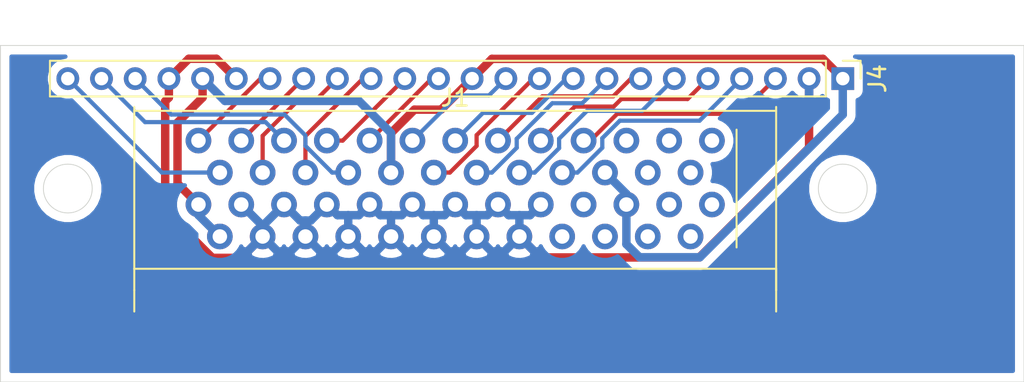
<source format=kicad_pcb>
(kicad_pcb (version 20171130) (host pcbnew "(5.1.5)-3")

  (general
    (thickness 1.6)
    (drawings 7)
    (tracks 141)
    (zones 0)
    (modules 2)
    (nets 21)
  )

  (page A4)
  (layers
    (0 F.Cu signal)
    (31 B.Cu signal)
    (32 B.Adhes user)
    (33 F.Adhes user)
    (34 B.Paste user)
    (35 F.Paste user)
    (36 B.SilkS user)
    (37 F.SilkS user)
    (38 B.Mask user)
    (39 F.Mask user)
    (40 Dwgs.User user)
    (41 Cmts.User user)
    (42 Eco1.User user)
    (43 Eco2.User user)
    (44 Edge.Cuts user)
    (45 Margin user)
    (46 B.CrtYd user)
    (47 F.CrtYd user)
    (48 B.Fab user)
    (49 F.Fab user)
  )

  (setup
    (last_trace_width 0.25)
    (trace_clearance 0.2)
    (zone_clearance 0.508)
    (zone_45_only no)
    (trace_min 0.2)
    (via_size 0.8)
    (via_drill 0.4)
    (via_min_size 0.4)
    (via_min_drill 0.3)
    (uvia_size 0.3)
    (uvia_drill 0.1)
    (uvias_allowed no)
    (uvia_min_size 0.2)
    (uvia_min_drill 0.1)
    (edge_width 0.05)
    (segment_width 0.2)
    (pcb_text_width 0.3)
    (pcb_text_size 1.5 1.5)
    (mod_edge_width 0.12)
    (mod_text_size 1 1)
    (mod_text_width 0.15)
    (pad_size 1.524 1.524)
    (pad_drill 0.86)
    (pad_to_mask_clearance 0.051)
    (solder_mask_min_width 0.25)
    (aux_axis_origin 0 0)
    (visible_elements 7FFFFFFF)
    (pcbplotparams
      (layerselection 0x010fc_ffffffff)
      (usegerberextensions false)
      (usegerberattributes false)
      (usegerberadvancedattributes false)
      (creategerberjobfile false)
      (excludeedgelayer true)
      (linewidth 0.100000)
      (plotframeref false)
      (viasonmask false)
      (mode 1)
      (useauxorigin false)
      (hpglpennumber 1)
      (hpglpenspeed 20)
      (hpglpendiameter 15.000000)
      (psnegative false)
      (psa4output false)
      (plotreference true)
      (plotvalue true)
      (plotinvisibletext false)
      (padsonsilk false)
      (subtractmaskfromsilk false)
      (outputformat 1)
      (mirror false)
      (drillshape 0)
      (scaleselection 1)
      (outputdirectory "gerber/"))
  )

  (net 0 "")
  (net 1 5V)
  (net 2 GND)
  (net 3 _REQ)
  (net 4 _I_O)
  (net 5 _C_D)
  (net 6 _SEL)
  (net 7 _RST)
  (net 8 _MSG)
  (net 9 _ACK)
  (net 10 _ATN)
  (net 11 _BSY)
  (net 12 _DBP)
  (net 13 _DB7)
  (net 14 _DB6)
  (net 15 _DB5)
  (net 16 _DB4)
  (net 17 _DB3)
  (net 18 _DB2)
  (net 19 _DB1)
  (net 20 _DB0)

  (net_class Default "This is the default net class."
    (clearance 0.2)
    (trace_width 0.25)
    (via_dia 0.8)
    (via_drill 0.4)
    (uvia_dia 0.3)
    (uvia_drill 0.1)
    (add_net _ACK)
    (add_net _ATN)
    (add_net _BSY)
    (add_net _C_D)
    (add_net _DB0)
    (add_net _DB1)
    (add_net _DB2)
    (add_net _DB3)
    (add_net _DB4)
    (add_net _DB5)
    (add_net _DB6)
    (add_net _DB7)
    (add_net _DBP)
    (add_net _I_O)
    (add_net _MSG)
    (add_net _REQ)
    (add_net _RST)
    (add_net _SEL)
  )

  (net_class 5V ""
    (clearance 0.2)
    (trace_width 0.5)
    (via_dia 0.8)
    (via_drill 0.4)
    (uvia_dia 0.3)
    (uvia_drill 0.1)
    (add_net 5V)
    (add_net GND)
  )

  (net_class Power ""
    (clearance 0.25)
    (trace_width 1)
    (via_dia 1.6)
    (via_drill 0.8)
    (uvia_dia 0.3)
    (uvia_drill 0.1)
  )

  (module Connector_PinHeader_2.00mm:PinHeader_1x24_P2.00mm_Vertical (layer F.Cu) (tedit 59FED667) (tstamp 632F6C85)
    (at 169.245 67.6275 270)
    (descr "Through hole straight pin header, 1x24, 2.00mm pitch, single row")
    (tags "Through hole pin header THT 1x24 2.00mm single row")
    (path /633070FC)
    (fp_text reference J4 (at 0 -2.06 90) (layer F.SilkS)
      (effects (font (size 1 1) (thickness 0.15)))
    )
    (fp_text value Conn_01x24 (at 0 48.06 90) (layer F.Fab)
      (effects (font (size 1 1) (thickness 0.15)))
    )
    (fp_text user %R (at 0 23) (layer F.Fab)
      (effects (font (size 1 1) (thickness 0.15)))
    )
    (fp_line (start 1.5 -1.5) (end -1.5 -1.5) (layer F.CrtYd) (width 0.05))
    (fp_line (start 1.5 47.5) (end 1.5 -1.5) (layer F.CrtYd) (width 0.05))
    (fp_line (start -1.5 47.5) (end 1.5 47.5) (layer F.CrtYd) (width 0.05))
    (fp_line (start -1.5 -1.5) (end -1.5 47.5) (layer F.CrtYd) (width 0.05))
    (fp_line (start -1.06 -1.06) (end 0 -1.06) (layer F.SilkS) (width 0.12))
    (fp_line (start -1.06 0) (end -1.06 -1.06) (layer F.SilkS) (width 0.12))
    (fp_line (start -1.06 1) (end 1.06 1) (layer F.SilkS) (width 0.12))
    (fp_line (start 1.06 1) (end 1.06 47.06) (layer F.SilkS) (width 0.12))
    (fp_line (start -1.06 1) (end -1.06 47.06) (layer F.SilkS) (width 0.12))
    (fp_line (start -1.06 47.06) (end 1.06 47.06) (layer F.SilkS) (width 0.12))
    (fp_line (start -1 -0.5) (end -0.5 -1) (layer F.Fab) (width 0.1))
    (fp_line (start -1 47) (end -1 -0.5) (layer F.Fab) (width 0.1))
    (fp_line (start 1 47) (end -1 47) (layer F.Fab) (width 0.1))
    (fp_line (start 1 -1) (end 1 47) (layer F.Fab) (width 0.1))
    (fp_line (start -0.5 -1) (end 1 -1) (layer F.Fab) (width 0.1))
    (pad 24 thru_hole oval (at 0 46 270) (size 1.35 1.35) (drill 0.8) (layers *.Cu *.Mask)
      (net 4 _I_O))
    (pad 23 thru_hole oval (at 0 44 270) (size 1.35 1.35) (drill 0.8) (layers *.Cu *.Mask)
      (net 7 _RST))
    (pad 22 thru_hole oval (at 0 42 270) (size 1.35 1.35) (drill 0.8) (layers *.Cu *.Mask)
      (net 10 _ATN))
    (pad 21 thru_hole oval (at 0 40 270) (size 1.35 1.35) (drill 0.8) (layers *.Cu *.Mask)
      (net 2 GND))
    (pad 20 thru_hole oval (at 0 38 270) (size 1.35 1.35) (drill 0.8) (layers *.Cu *.Mask)
      (net 1 5V))
    (pad 19 thru_hole oval (at 0 36 270) (size 1.35 1.35) (drill 0.8) (layers *.Cu *.Mask)
      (net 2 GND))
    (pad 18 thru_hole oval (at 0 34 270) (size 1.35 1.35) (drill 0.8) (layers *.Cu *.Mask)
      (net 3 _REQ))
    (pad 17 thru_hole oval (at 0 32 270) (size 1.35 1.35) (drill 0.8) (layers *.Cu *.Mask)
      (net 5 _C_D))
    (pad 16 thru_hole oval (at 0 30 270) (size 1.35 1.35) (drill 0.8) (layers *.Cu *.Mask)
      (net 6 _SEL))
    (pad 15 thru_hole oval (at 0 28 270) (size 1.35 1.35) (drill 0.8) (layers *.Cu *.Mask)
      (net 8 _MSG))
    (pad 14 thru_hole oval (at 0 26 270) (size 1.35 1.35) (drill 0.8) (layers *.Cu *.Mask)
      (net 9 _ACK))
    (pad 13 thru_hole oval (at 0 24 270) (size 1.35 1.35) (drill 0.8) (layers *.Cu *.Mask)
      (net 11 _BSY))
    (pad 12 thru_hole oval (at 0 22 270) (size 1.35 1.35) (drill 0.8) (layers *.Cu *.Mask)
      (net 1 5V))
    (pad 11 thru_hole oval (at 0 20 270) (size 1.35 1.35) (drill 0.8) (layers *.Cu *.Mask)
      (net 12 _DBP))
    (pad 10 thru_hole oval (at 0 18 270) (size 1.35 1.35) (drill 0.8) (layers *.Cu *.Mask)
      (net 13 _DB7))
    (pad 9 thru_hole oval (at 0 16 270) (size 1.35 1.35) (drill 0.8) (layers *.Cu *.Mask)
      (net 14 _DB6))
    (pad 8 thru_hole oval (at 0 14 270) (size 1.35 1.35) (drill 0.8) (layers *.Cu *.Mask)
      (net 15 _DB5))
    (pad 7 thru_hole oval (at 0 12 270) (size 1.35 1.35) (drill 0.8) (layers *.Cu *.Mask)
      (net 16 _DB4))
    (pad 6 thru_hole oval (at 0 10 270) (size 1.35 1.35) (drill 0.8) (layers *.Cu *.Mask)
      (net 17 _DB3))
    (pad 5 thru_hole oval (at 0 8 270) (size 1.35 1.35) (drill 0.8) (layers *.Cu *.Mask)
      (net 18 _DB2))
    (pad 4 thru_hole oval (at 0 6 270) (size 1.35 1.35) (drill 0.8) (layers *.Cu *.Mask)
      (net 19 _DB1))
    (pad 3 thru_hole oval (at 0 4 270) (size 1.35 1.35) (drill 0.8) (layers *.Cu *.Mask)
      (net 20 _DB0))
    (pad 2 thru_hole oval (at 0 2 270) (size 1.35 1.35) (drill 0.8) (layers *.Cu *.Mask)
      (net 2 GND))
    (pad 1 thru_hole rect (at 0 0 270) (size 1.35 1.35) (drill 0.8) (layers *.Cu *.Mask)
      (net 1 5V))
    (model ${KISYS3DMOD}/Connector_PinHeader_2.00mm.3dshapes/PinHeader_1x24_P2.00mm_Vertical.wrl
      (at (xyz 0 0 0))
      (scale (xyz 1 1 1))
      (rotate (xyz 0 0 0))
    )
  )

  (module Connector:SCSI2_50PIN_UP (layer F.Cu) (tedit 62FE55E7) (tstamp 62FE58A0)
    (at 146.24 71.3105)
    (path /62FE5E84)
    (fp_text reference J1 (at 0 -2.54) (layer F.SilkS)
      (effects (font (size 1 1) (thickness 0.15)))
    )
    (fp_text value SCSI250PIN (at 0.07874 8.7884) (layer F.Fab)
      (effects (font (size 1 1) (thickness 0.15)))
    )
    (fp_line (start -19.05 7.62) (end -19.05 -2) (layer F.SilkS) (width 0.12))
    (fp_line (start 19.05 8.89) (end 19.05 -2) (layer F.SilkS) (width 0.12))
    (fp_line (start 19.05 10.16) (end 19.05 8.89) (layer F.SilkS) (width 0.12))
    (fp_line (start -19.05254 -1.76784) (end 19.04746 -1.76784) (layer F.SilkS) (width 0.12))
    (fp_line (start -19.05 8.89) (end -19.05 10.16) (layer F.SilkS) (width 0.12))
    (fp_line (start 19.05 7.62) (end 19.05 8.89) (layer F.SilkS) (width 0.12))
    (fp_line (start -19.05 7.62) (end 19.05 7.62) (layer F.SilkS) (width 0.12))
    (fp_line (start -19.05 8.89) (end -19.05 7.62) (layer F.SilkS) (width 0.12))
    (pad 50 thru_hole circle (at -15.24 3.8) (size 1.524 1.524) (drill 0.86) (layers *.Cu *.Mask)
      (net 1 5V))
    (pad 49 thru_hole circle (at -13.97 5.7) (size 1.524 1.524) (drill 0.86) (layers *.Cu *.Mask)
      (net 1 5V))
    (pad 48 thru_hole circle (at -12.7 3.8) (size 1.524 1.524) (drill 0.86) (layers *.Cu *.Mask)
      (net 2 GND))
    (pad 47 thru_hole circle (at -11.43 5.7) (size 1.524 1.524) (drill 0.86) (layers *.Cu *.Mask)
      (net 2 GND))
    (pad 46 thru_hole circle (at -10.16 3.8) (size 1.524 1.524) (drill 0.86) (layers *.Cu *.Mask)
      (net 2 GND))
    (pad 45 thru_hole circle (at -8.89 5.7) (size 1.524 1.524) (drill 0.86) (layers *.Cu *.Mask)
      (net 2 GND))
    (pad 44 thru_hole circle (at -7.62 3.8) (size 1.524 1.524) (drill 0.86) (layers *.Cu *.Mask)
      (net 2 GND))
    (pad 43 thru_hole circle (at -6.35 5.7) (size 1.524 1.524) (drill 0.86) (layers *.Cu *.Mask)
      (net 2 GND))
    (pad 42 thru_hole circle (at -5.08 3.8) (size 1.524 1.524) (drill 0.86) (layers *.Cu *.Mask)
      (net 2 GND))
    (pad 41 thru_hole circle (at -3.81 5.7) (size 1.524 1.524) (drill 0.86) (layers *.Cu *.Mask)
      (net 2 GND))
    (pad 40 thru_hole circle (at -2.54 3.8) (size 1.524 1.524) (drill 0.86) (layers *.Cu *.Mask)
      (net 2 GND))
    (pad 39 thru_hole circle (at -1.27 5.7) (size 1.524 1.524) (drill 0.86) (layers *.Cu *.Mask)
      (net 2 GND))
    (pad 38 thru_hole circle (at 0 3.8) (size 1.524 1.524) (drill 0.86) (layers *.Cu *.Mask)
      (net 2 GND))
    (pad 37 thru_hole circle (at 1.27 5.7) (size 1.524 1.524) (drill 0.86) (layers *.Cu *.Mask)
      (net 2 GND))
    (pad 36 thru_hole circle (at 2.54 3.8) (size 1.524 1.524) (drill 0.86) (layers *.Cu *.Mask)
      (net 2 GND))
    (pad 35 thru_hole circle (at 3.81 5.7) (size 1.524 1.524) (drill 0.86) (layers *.Cu *.Mask)
      (net 2 GND))
    (pad 34 thru_hole circle (at 5.08 3.8) (size 1.524 1.524) (drill 0.86) (layers *.Cu *.Mask)
      (net 2 GND))
    (pad 33 thru_hole circle (at 6.35 5.7) (size 1.524 1.524) (drill 0.86) (layers *.Cu *.Mask))
    (pad 32 thru_hole circle (at 7.62 3.8) (size 1.524 1.524) (drill 0.86) (layers *.Cu *.Mask))
    (pad 31 thru_hole circle (at 8.89 5.7) (size 1.524 1.524) (drill 0.86) (layers *.Cu *.Mask))
    (pad 30 thru_hole circle (at 10.16 3.8) (size 1.524 1.524) (drill 0.86) (layers *.Cu *.Mask)
      (net 1 5V))
    (pad 29 thru_hole circle (at 11.43 5.7) (size 1.524 1.524) (drill 0.86) (layers *.Cu *.Mask))
    (pad 28 thru_hole circle (at 12.7 3.8) (size 1.524 1.524) (drill 0.86) (layers *.Cu *.Mask))
    (pad 27 thru_hole circle (at 13.97 5.7) (size 1.524 1.524) (drill 0.86) (layers *.Cu *.Mask))
    (pad 26 thru_hole circle (at 15.24 3.8) (size 1.524 1.524) (drill 0.86) (layers *.Cu *.Mask))
    (pad 25 thru_hole circle (at -15.24 0) (size 1.524 1.524) (drill 0.86) (layers *.Cu *.Mask)
      (net 3 _REQ))
    (pad 24 thru_hole circle (at -13.97 1.9) (size 1.524 1.524) (drill 0.86) (layers *.Cu *.Mask)
      (net 4 _I_O))
    (pad 23 thru_hole circle (at -12.7 0) (size 1.524 1.524) (drill 0.86) (layers *.Cu *.Mask)
      (net 5 _C_D))
    (pad 22 thru_hole circle (at -11.43 1.9) (size 1.524 1.524) (drill 0.86) (layers *.Cu *.Mask)
      (net 6 _SEL))
    (pad 21 thru_hole circle (at -10.16 0) (size 1.524 1.524) (drill 0.86) (layers *.Cu *.Mask)
      (net 7 _RST))
    (pad 20 thru_hole circle (at -8.89 1.9) (size 1.524 1.524) (drill 0.86) (layers *.Cu *.Mask)
      (net 8 _MSG))
    (pad 19 thru_hole circle (at -7.62 0) (size 1.524 1.524) (drill 0.86) (layers *.Cu *.Mask)
      (net 9 _ACK))
    (pad 18 thru_hole circle (at -6.35 1.9) (size 1.524 1.524) (drill 0.86) (layers *.Cu *.Mask)
      (net 10 _ATN))
    (pad 17 thru_hole circle (at -5.08 0) (size 1.524 1.524) (drill 0.86) (layers *.Cu *.Mask)
      (net 11 _BSY))
    (pad 16 thru_hole circle (at -3.81 1.9) (size 1.524 1.524) (drill 0.86) (layers *.Cu *.Mask)
      (net 1 5V))
    (pad 15 thru_hole circle (at -2.54 0) (size 1.524 1.524) (drill 0.86) (layers *.Cu *.Mask)
      (net 12 _DBP))
    (pad 14 thru_hole circle (at -1.27 1.9) (size 1.524 1.524) (drill 0.86) (layers *.Cu *.Mask)
      (net 13 _DB7))
    (pad 13 thru_hole circle (at 0 0) (size 1.524 1.524) (drill 0.86) (layers *.Cu *.Mask)
      (net 14 _DB6))
    (pad 12 thru_hole circle (at 1.27 1.9) (size 1.524 1.524) (drill 0.86) (layers *.Cu *.Mask)
      (net 15 _DB5))
    (pad 11 thru_hole circle (at 2.54 0) (size 1.524 1.524) (drill 0.86) (layers *.Cu *.Mask)
      (net 16 _DB4))
    (pad 10 thru_hole circle (at 3.81 1.9) (size 1.524 1.524) (drill 0.86) (layers *.Cu *.Mask)
      (net 17 _DB3))
    (pad 9 thru_hole circle (at 5.08 0) (size 1.524 1.524) (drill 0.86) (layers *.Cu *.Mask)
      (net 18 _DB2))
    (pad 8 thru_hole circle (at 6.35 1.9) (size 1.524 1.524) (drill 0.86) (layers *.Cu *.Mask)
      (net 19 _DB1))
    (pad 7 thru_hole circle (at 7.62 0) (size 1.524 1.524) (drill 0.86) (layers *.Cu *.Mask)
      (net 20 _DB0))
    (pad 6 thru_hole circle (at 8.89 1.9) (size 1.524 1.524) (drill 0.86) (layers *.Cu *.Mask)
      (net 1 5V))
    (pad 5 thru_hole circle (at 10.16 0) (size 1.524 1.524) (drill 0.86) (layers *.Cu *.Mask))
    (pad 4 thru_hole circle (at 11.43 1.9) (size 1.524 1.524) (drill 0.86) (layers *.Cu *.Mask))
    (pad 3 thru_hole circle (at 12.7 0) (size 1.524 1.524) (drill 0.86) (layers *.Cu *.Mask))
    (pad 2 thru_hole circle (at 13.97 1.9) (size 1.524 1.524) (drill 0.86) (layers *.Cu *.Mask))
    (pad 1 thru_hole circle (at 15.24 0) (size 1.524 1.524) (drill 0.86) (layers *.Cu *.Mask))
  )

  (gr_circle (center 123.245 74.1605) (end 124.695 74.1605) (layer Edge.Cuts) (width 0.05) (tstamp 632F5D0A))
  (gr_circle (center 169.245 74.1605) (end 170.695 74.1605) (layer Edge.Cuts) (width 0.05))
  (gr_line (start 162.941 70.6605) (end 162.941 77.6605) (layer F.SilkS) (width 0.12))
  (gr_line (start 119.245 85.6605) (end 119.245 65.66) (layer Edge.Cuts) (width 0.05))
  (gr_line (start 180 85.6605) (end 119.245 85.6605) (layer Edge.Cuts) (width 0.05))
  (gr_line (start 180 65.66) (end 180 85.6605) (layer Edge.Cuts) (width 0.05))
  (gr_line (start 119.245 65.66) (end 180 65.66) (layer Edge.Cuts) (width 0.05))

  (segment (start 131 75.1105) (end 131 75.7405) (width 0.5) (layer B.Cu) (net 1))
  (segment (start 131 75.7405) (end 132.27 77.0105) (width 0.5) (layer B.Cu) (net 1))
  (segment (start 131.245 67.6275) (end 131.245 68.7528) (width 0.5) (layer F.Cu) (net 1))
  (segment (start 131.245 68.7528) (end 129.7568 70.241) (width 0.5) (layer F.Cu) (net 1))
  (segment (start 129.7568 70.241) (end 129.7568 73.8673) (width 0.5) (layer F.Cu) (net 1))
  (segment (start 129.7568 73.8673) (end 131 75.1105) (width 0.5) (layer F.Cu) (net 1))
  (segment (start 142.43 73.2105) (end 142.43 70.8579) (width 0.5) (layer B.Cu) (net 1))
  (segment (start 142.43 70.8579) (end 140.5245 68.9524) (width 0.5) (layer B.Cu) (net 1))
  (segment (start 140.5245 68.9524) (end 132.5699 68.9524) (width 0.5) (layer B.Cu) (net 1))
  (segment (start 132.5699 68.9524) (end 131.245 67.6275) (width 0.5) (layer B.Cu) (net 1))
  (segment (start 156.4 75.1105) (end 156.4 77.4661) (width 0.5) (layer B.Cu) (net 1))
  (segment (start 156.4 77.4661) (end 157.1778 78.2439) (width 0.5) (layer B.Cu) (net 1))
  (segment (start 157.1778 78.2439) (end 160.7639 78.2439) (width 0.5) (layer B.Cu) (net 1))
  (segment (start 160.7639 78.2439) (end 169.245 69.7628) (width 0.5) (layer B.Cu) (net 1))
  (segment (start 169.245 69.7628) (end 169.245 67.6275) (width 0.5) (layer B.Cu) (net 1))
  (segment (start 155.13 73.2105) (end 156.4 74.4805) (width 0.5) (layer B.Cu) (net 1))
  (segment (start 156.4 74.4805) (end 156.4 75.1105) (width 0.5) (layer B.Cu) (net 1))
  (segment (start 169.245 67.6275) (end 168.0713 66.4538) (width 0.5) (layer F.Cu) (net 1))
  (segment (start 168.0713 66.4538) (end 148.4187 66.4538) (width 0.5) (layer F.Cu) (net 1))
  (segment (start 148.4187 66.4538) (end 147.245 67.6275) (width 0.5) (layer F.Cu) (net 1))
  (segment (start 142.43 73.2105) (end 142.43 70.8623) (width 0.5) (layer F.Cu) (net 1))
  (segment (start 142.43 70.8623) (end 143.8199 69.4724) (width 0.5) (layer F.Cu) (net 1))
  (segment (start 143.8199 69.4724) (end 145.4001 69.4724) (width 0.5) (layer F.Cu) (net 1))
  (segment (start 145.4001 69.4724) (end 147.245 67.6275) (width 0.5) (layer F.Cu) (net 1))
  (segment (start 133.245 67.6275) (end 132.0659 66.4484) (width 0.5) (layer F.Cu) (net 2))
  (segment (start 132.0659 66.4484) (end 130.4241 66.4484) (width 0.5) (layer F.Cu) (net 2))
  (segment (start 130.4241 66.4484) (end 129.245 67.6275) (width 0.5) (layer F.Cu) (net 2))
  (segment (start 129.245 67.6275) (end 129.245 68.7528) (width 0.5) (layer F.Cu) (net 2))
  (segment (start 134.81 77.0105) (end 133.5403 78.2802) (width 0.5) (layer F.Cu) (net 2))
  (segment (start 133.5403 78.2802) (end 131.824 78.2802) (width 0.5) (layer F.Cu) (net 2))
  (segment (start 131.824 78.2802) (end 129.0263 75.4825) (width 0.5) (layer F.Cu) (net 2))
  (segment (start 129.0263 75.4825) (end 129.0263 68.9715) (width 0.5) (layer F.Cu) (net 2))
  (segment (start 129.0263 68.9715) (end 129.245 68.7528) (width 0.5) (layer F.Cu) (net 2))
  (segment (start 134.81 77.0105) (end 134.81 76.3755) (width 0.5) (layer B.Cu) (net 2))
  (segment (start 150.05 77.0105) (end 151.2964 78.2569) (width 0.5) (layer F.Cu) (net 2))
  (segment (start 151.2964 78.2569) (end 160.7269 78.2569) (width 0.5) (layer F.Cu) (net 2))
  (segment (start 160.7269 78.2569) (end 167.245 71.7388) (width 0.5) (layer F.Cu) (net 2))
  (segment (start 167.245 71.7388) (end 167.245 67.6275) (width 0.5) (layer F.Cu) (net 2))
  (segment (start 134.81 76.3755) (end 134.815 76.3755) (width 0.5) (layer B.Cu) (net 2))
  (segment (start 134.815 76.3755) (end 136.08 75.1105) (width 0.5) (layer B.Cu) (net 2))
  (segment (start 133.54 75.1105) (end 134.805 76.3755) (width 0.5) (layer B.Cu) (net 2))
  (segment (start 134.805 76.3755) (end 134.81 76.3755) (width 0.5) (layer B.Cu) (net 2))
  (segment (start 137.35 76.0638) (end 137.0333 76.0638) (width 0.5) (layer B.Cu) (net 2))
  (segment (start 137.0333 76.0638) (end 136.08 75.1105) (width 0.5) (layer B.Cu) (net 2))
  (segment (start 150.05 75.7455) (end 150.05 77.0105) (width 0.5) (layer B.Cu) (net 2))
  (segment (start 138.62 75.1105) (end 137.6667 76.0638) (width 0.5) (layer B.Cu) (net 2))
  (segment (start 137.6667 76.0638) (end 137.35 76.0638) (width 0.5) (layer B.Cu) (net 2))
  (segment (start 137.35 76.0638) (end 137.35 77.0105) (width 0.5) (layer B.Cu) (net 2))
  (segment (start 139.89 75.7455) (end 139.255 75.7455) (width 0.5) (layer B.Cu) (net 2))
  (segment (start 139.255 75.7455) (end 138.62 75.1105) (width 0.5) (layer B.Cu) (net 2))
  (segment (start 141.16 75.1105) (end 140.525 75.7455) (width 0.5) (layer B.Cu) (net 2))
  (segment (start 140.525 75.7455) (end 139.89 75.7455) (width 0.5) (layer B.Cu) (net 2))
  (segment (start 139.89 75.7455) (end 139.89 77.0105) (width 0.5) (layer B.Cu) (net 2))
  (segment (start 142.43 75.7455) (end 141.795 75.7455) (width 0.5) (layer B.Cu) (net 2))
  (segment (start 141.795 75.7455) (end 141.16 75.1105) (width 0.5) (layer B.Cu) (net 2))
  (segment (start 143.7 75.1105) (end 143.065 75.7455) (width 0.5) (layer B.Cu) (net 2))
  (segment (start 143.065 75.7455) (end 142.43 75.7455) (width 0.5) (layer B.Cu) (net 2))
  (segment (start 142.43 75.7455) (end 142.43 77.0105) (width 0.5) (layer B.Cu) (net 2))
  (segment (start 144.97 75.7455) (end 144.335 75.7455) (width 0.5) (layer B.Cu) (net 2))
  (segment (start 144.335 75.7455) (end 143.7 75.1105) (width 0.5) (layer B.Cu) (net 2))
  (segment (start 146.24 75.1105) (end 145.605 75.7455) (width 0.5) (layer B.Cu) (net 2))
  (segment (start 145.605 75.7455) (end 144.97 75.7455) (width 0.5) (layer B.Cu) (net 2))
  (segment (start 144.97 75.7455) (end 144.97 77.0105) (width 0.5) (layer B.Cu) (net 2))
  (segment (start 147.51 75.7455) (end 146.875 75.7455) (width 0.5) (layer B.Cu) (net 2))
  (segment (start 146.875 75.7455) (end 146.24 75.1105) (width 0.5) (layer B.Cu) (net 2))
  (segment (start 148.78 75.1105) (end 148.145 75.7455) (width 0.5) (layer B.Cu) (net 2))
  (segment (start 148.145 75.7455) (end 147.51 75.7455) (width 0.5) (layer B.Cu) (net 2))
  (segment (start 147.51 75.7455) (end 147.51 77.0105) (width 0.5) (layer B.Cu) (net 2))
  (segment (start 150.05 75.7455) (end 149.415 75.7455) (width 0.5) (layer B.Cu) (net 2))
  (segment (start 149.415 75.7455) (end 148.78 75.1105) (width 0.5) (layer B.Cu) (net 2))
  (segment (start 151.32 75.1105) (end 150.685 75.7455) (width 0.5) (layer B.Cu) (net 2))
  (segment (start 150.685 75.7455) (end 150.05 75.7455) (width 0.5) (layer B.Cu) (net 2))
  (segment (start 131 71.3105) (end 134.683 67.6275) (width 0.25) (layer F.Cu) (net 3))
  (segment (start 134.683 67.6275) (end 135.245 67.6275) (width 0.25) (layer F.Cu) (net 3))
  (segment (start 132.27 73.2105) (end 128.828 73.2105) (width 0.25) (layer B.Cu) (net 4))
  (segment (start 128.828 73.2105) (end 123.245 67.6275) (width 0.25) (layer B.Cu) (net 4))
  (segment (start 133.54 71.3105) (end 137.223 67.6275) (width 0.25) (layer F.Cu) (net 5))
  (segment (start 137.223 67.6275) (end 137.245 67.6275) (width 0.25) (layer F.Cu) (net 5))
  (segment (start 134.81 73.2105) (end 134.81 71.0267) (width 0.25) (layer F.Cu) (net 6))
  (segment (start 134.81 71.0267) (end 136.8676 68.9691) (width 0.25) (layer F.Cu) (net 6))
  (segment (start 136.8676 68.9691) (end 137.9034 68.9691) (width 0.25) (layer F.Cu) (net 6))
  (segment (start 137.9034 68.9691) (end 139.245 67.6275) (width 0.25) (layer F.Cu) (net 6))
  (segment (start 125.245 67.6275) (end 127.8297 70.2122) (width 0.25) (layer B.Cu) (net 7))
  (segment (start 127.8297 70.2122) (end 134.9817 70.2122) (width 0.25) (layer B.Cu) (net 7))
  (segment (start 134.9817 70.2122) (end 136.08 71.3105) (width 0.25) (layer B.Cu) (net 7))
  (segment (start 137.35 73.2105) (end 137.35 71.04) (width 0.25) (layer F.Cu) (net 8))
  (segment (start 137.35 71.04) (end 140.7625 67.6275) (width 0.25) (layer F.Cu) (net 8))
  (segment (start 140.7625 67.6275) (end 141.245 67.6275) (width 0.25) (layer F.Cu) (net 8))
  (segment (start 138.62 71.3105) (end 139.562 71.3105) (width 0.25) (layer F.Cu) (net 9))
  (segment (start 139.562 71.3105) (end 143.245 67.6275) (width 0.25) (layer F.Cu) (net 9))
  (segment (start 139.89 73.2105) (end 138.935 73.2105) (width 0.25) (layer B.Cu) (net 10))
  (segment (start 138.935 73.2105) (end 137.35 71.6255) (width 0.25) (layer B.Cu) (net 10))
  (segment (start 137.35 71.6255) (end 137.35 71.0055) (width 0.25) (layer B.Cu) (net 10))
  (segment (start 137.35 71.0055) (end 136.1063 69.7618) (width 0.25) (layer B.Cu) (net 10))
  (segment (start 136.1063 69.7618) (end 129.3793 69.7618) (width 0.25) (layer B.Cu) (net 10))
  (segment (start 129.3793 69.7618) (end 127.245 67.6275) (width 0.25) (layer B.Cu) (net 10))
  (segment (start 141.16 71.3105) (end 144.843 67.6275) (width 0.25) (layer F.Cu) (net 11))
  (segment (start 144.843 67.6275) (end 145.245 67.6275) (width 0.25) (layer F.Cu) (net 11))
  (segment (start 143.7 71.3105) (end 146.3827 68.6278) (width 0.25) (layer B.Cu) (net 12))
  (segment (start 146.3827 68.6278) (end 148.2447 68.6278) (width 0.25) (layer B.Cu) (net 12))
  (segment (start 148.2447 68.6278) (end 149.245 67.6275) (width 0.25) (layer B.Cu) (net 12))
  (segment (start 144.97 73.2105) (end 145.925 73.2105) (width 0.25) (layer F.Cu) (net 13))
  (segment (start 145.925 73.2105) (end 147.51 71.6255) (width 0.25) (layer F.Cu) (net 13))
  (segment (start 147.51 71.6255) (end 147.51 70.9894) (width 0.25) (layer F.Cu) (net 13))
  (segment (start 147.51 70.9894) (end 150.8719 67.6275) (width 0.25) (layer F.Cu) (net 13))
  (segment (start 150.8719 67.6275) (end 151.245 67.6275) (width 0.25) (layer F.Cu) (net 13))
  (segment (start 153.245 67.6275) (end 152.8284 67.6275) (width 0.25) (layer B.Cu) (net 14))
  (segment (start 152.8284 67.6275) (end 150.7925 69.6634) (width 0.25) (layer B.Cu) (net 14))
  (segment (start 150.7925 69.6634) (end 147.8871 69.6634) (width 0.25) (layer B.Cu) (net 14))
  (segment (start 147.8871 69.6634) (end 146.24 71.3105) (width 0.25) (layer B.Cu) (net 14))
  (segment (start 147.51 73.2105) (end 148.4179 73.2105) (width 0.25) (layer B.Cu) (net 15))
  (segment (start 148.4179 73.2105) (end 149.8907 71.7377) (width 0.25) (layer B.Cu) (net 15))
  (segment (start 149.8907 71.7377) (end 149.8907 71.2021) (width 0.25) (layer B.Cu) (net 15))
  (segment (start 149.8907 71.2021) (end 152.0019 69.0909) (width 0.25) (layer B.Cu) (net 15))
  (segment (start 152.0019 69.0909) (end 153.7816 69.0909) (width 0.25) (layer B.Cu) (net 15))
  (segment (start 153.7816 69.0909) (end 155.245 67.6275) (width 0.25) (layer B.Cu) (net 15))
  (segment (start 148.78 71.3105) (end 151.4101 68.6804) (width 0.25) (layer F.Cu) (net 16))
  (segment (start 151.4101 68.6804) (end 155.6212 68.6804) (width 0.25) (layer F.Cu) (net 16))
  (segment (start 155.6212 68.6804) (end 156.6741 67.6275) (width 0.25) (layer F.Cu) (net 16))
  (segment (start 156.6741 67.6275) (end 157.245 67.6275) (width 0.25) (layer F.Cu) (net 16))
  (segment (start 150.05 73.2105) (end 150.9578 73.2105) (width 0.25) (layer B.Cu) (net 17))
  (segment (start 150.9578 73.2105) (end 152.4073 71.761) (width 0.25) (layer B.Cu) (net 17))
  (segment (start 152.4073 71.761) (end 152.4073 71.1979) (width 0.25) (layer B.Cu) (net 17))
  (segment (start 152.4073 71.1979) (end 154.0639 69.5413) (width 0.25) (layer B.Cu) (net 17))
  (segment (start 154.0639 69.5413) (end 157.3312 69.5413) (width 0.25) (layer B.Cu) (net 17))
  (segment (start 157.3312 69.5413) (end 159.245 67.6275) (width 0.25) (layer B.Cu) (net 17))
  (segment (start 151.32 71.3105) (end 153.3407 69.2898) (width 0.25) (layer F.Cu) (net 18))
  (segment (start 153.3407 69.2898) (end 155.6487 69.2898) (width 0.25) (layer F.Cu) (net 18))
  (segment (start 155.6487 69.2898) (end 156.099 68.8395) (width 0.25) (layer F.Cu) (net 18))
  (segment (start 156.099 68.8395) (end 160.033 68.8395) (width 0.25) (layer F.Cu) (net 18))
  (segment (start 160.033 68.8395) (end 161.245 67.6275) (width 0.25) (layer F.Cu) (net 18))
  (segment (start 152.59 73.2105) (end 153.4979 73.2105) (width 0.25) (layer B.Cu) (net 19))
  (segment (start 153.4979 73.2105) (end 154.9707 71.7377) (width 0.25) (layer B.Cu) (net 19))
  (segment (start 154.9707 71.7377) (end 154.9707 71.1696) (width 0.25) (layer B.Cu) (net 19))
  (segment (start 154.9707 71.1696) (end 156.0125 70.1278) (width 0.25) (layer B.Cu) (net 19))
  (segment (start 156.0125 70.1278) (end 160.7447 70.1278) (width 0.25) (layer B.Cu) (net 19))
  (segment (start 160.7447 70.1278) (end 163.245 67.6275) (width 0.25) (layer B.Cu) (net 19))
  (segment (start 153.86 71.3105) (end 154.2649 71.3105) (width 0.25) (layer F.Cu) (net 20))
  (segment (start 154.2649 71.3105) (end 155.8555 69.7199) (width 0.25) (layer F.Cu) (net 20))
  (segment (start 155.8555 69.7199) (end 163.1526 69.7199) (width 0.25) (layer F.Cu) (net 20))
  (segment (start 163.1526 69.7199) (end 165.245 67.6275) (width 0.25) (layer F.Cu) (net 20))

  (zone (net 2) (net_name GND) (layer B.Cu) (tstamp 0) (hatch edge 0.508)
    (connect_pads (clearance 0.508))
    (min_thickness 0.254)
    (fill yes (arc_segments 32) (thermal_gap 0.508) (thermal_bridge_width 0.508))
    (polygon
      (pts
        (xy 179.578 85.4075) (xy 119.507 85.4075) (xy 119.507 65.8495) (xy 179.578 65.8495)
      )
    )
    (filled_polygon
      (pts
        (xy 122.862887 66.367842) (xy 122.624482 66.466593) (xy 122.409923 66.609956) (xy 122.227456 66.792423) (xy 122.084093 67.006982)
        (xy 121.985342 67.245387) (xy 121.935 67.498476) (xy 121.935 67.756524) (xy 121.985342 68.009613) (xy 122.084093 68.248018)
        (xy 122.227456 68.462577) (xy 122.409923 68.645044) (xy 122.624482 68.788407) (xy 122.862887 68.887158) (xy 123.115976 68.9375)
        (xy 123.374024 68.9375) (xy 123.462583 68.919885) (xy 128.264201 73.721503) (xy 128.287999 73.750501) (xy 128.403724 73.845474)
        (xy 128.535753 73.916046) (xy 128.679014 73.959503) (xy 128.790667 73.9705) (xy 128.790676 73.9705) (xy 128.827999 73.974176)
        (xy 128.865322 73.9705) (xy 130.191599 73.9705) (xy 130.109465 74.02538) (xy 129.91488 74.219965) (xy 129.761995 74.448773)
        (xy 129.656686 74.70301) (xy 129.603 74.972908) (xy 129.603 75.248092) (xy 129.656686 75.51799) (xy 129.761995 75.772227)
        (xy 129.91488 76.001035) (xy 130.109465 76.19562) (xy 130.338273 76.348505) (xy 130.362257 76.35844) (xy 130.371184 76.369317)
        (xy 130.404951 76.397029) (xy 130.874299 76.866377) (xy 130.873 76.872908) (xy 130.873 77.148092) (xy 130.926686 77.41799)
        (xy 131.031995 77.672227) (xy 131.18488 77.901035) (xy 131.379465 78.09562) (xy 131.608273 78.248505) (xy 131.86251 78.353814)
        (xy 132.132408 78.4075) (xy 132.407592 78.4075) (xy 132.67749 78.353814) (xy 132.931727 78.248505) (xy 133.160535 78.09562)
        (xy 133.28009 77.976065) (xy 134.02404 77.976065) (xy 134.09102 78.216156) (xy 134.340048 78.333256) (xy 134.607135 78.399523)
        (xy 134.882017 78.41241) (xy 135.154133 78.371422) (xy 135.413023 78.278136) (xy 135.52898 78.216156) (xy 135.59596 77.976065)
        (xy 136.56404 77.976065) (xy 136.63102 78.216156) (xy 136.880048 78.333256) (xy 137.147135 78.399523) (xy 137.422017 78.41241)
        (xy 137.694133 78.371422) (xy 137.953023 78.278136) (xy 138.06898 78.216156) (xy 138.13596 77.976065) (xy 139.10404 77.976065)
        (xy 139.17102 78.216156) (xy 139.420048 78.333256) (xy 139.687135 78.399523) (xy 139.962017 78.41241) (xy 140.234133 78.371422)
        (xy 140.493023 78.278136) (xy 140.60898 78.216156) (xy 140.67596 77.976065) (xy 141.64404 77.976065) (xy 141.71102 78.216156)
        (xy 141.960048 78.333256) (xy 142.227135 78.399523) (xy 142.502017 78.41241) (xy 142.774133 78.371422) (xy 143.033023 78.278136)
        (xy 143.14898 78.216156) (xy 143.21596 77.976065) (xy 144.18404 77.976065) (xy 144.25102 78.216156) (xy 144.500048 78.333256)
        (xy 144.767135 78.399523) (xy 145.042017 78.41241) (xy 145.314133 78.371422) (xy 145.573023 78.278136) (xy 145.68898 78.216156)
        (xy 145.75596 77.976065) (xy 146.72404 77.976065) (xy 146.79102 78.216156) (xy 147.040048 78.333256) (xy 147.307135 78.399523)
        (xy 147.582017 78.41241) (xy 147.854133 78.371422) (xy 148.113023 78.278136) (xy 148.22898 78.216156) (xy 148.29596 77.976065)
        (xy 149.26404 77.976065) (xy 149.33102 78.216156) (xy 149.580048 78.333256) (xy 149.847135 78.399523) (xy 150.122017 78.41241)
        (xy 150.394133 78.371422) (xy 150.653023 78.278136) (xy 150.76898 78.216156) (xy 150.83596 77.976065) (xy 150.05 77.190105)
        (xy 149.26404 77.976065) (xy 148.29596 77.976065) (xy 147.51 77.190105) (xy 146.72404 77.976065) (xy 145.75596 77.976065)
        (xy 144.97 77.190105) (xy 144.18404 77.976065) (xy 143.21596 77.976065) (xy 142.43 77.190105) (xy 141.64404 77.976065)
        (xy 140.67596 77.976065) (xy 139.89 77.190105) (xy 139.10404 77.976065) (xy 138.13596 77.976065) (xy 137.35 77.190105)
        (xy 136.56404 77.976065) (xy 135.59596 77.976065) (xy 134.81 77.190105) (xy 134.02404 77.976065) (xy 133.28009 77.976065)
        (xy 133.35512 77.901035) (xy 133.508005 77.672227) (xy 133.537692 77.600557) (xy 133.542364 77.613523) (xy 133.604344 77.72948)
        (xy 133.844435 77.79646) (xy 134.630395 77.0105) (xy 134.616253 76.996358) (xy 134.795858 76.816753) (xy 134.81 76.830895)
        (xy 134.824143 76.816753) (xy 135.003748 76.996358) (xy 134.989605 77.0105) (xy 135.775565 77.79646) (xy 136.015656 77.72948)
        (xy 136.077079 77.598856) (xy 136.082364 77.613523) (xy 136.144344 77.72948) (xy 136.384435 77.79646) (xy 137.170395 77.0105)
        (xy 137.156253 76.996358) (xy 137.335858 76.816753) (xy 137.35 76.830895) (xy 137.364143 76.816753) (xy 137.543748 76.996358)
        (xy 137.529605 77.0105) (xy 138.315565 77.79646) (xy 138.555656 77.72948) (xy 138.617079 77.598856) (xy 138.622364 77.613523)
        (xy 138.684344 77.72948) (xy 138.924435 77.79646) (xy 139.710395 77.0105) (xy 139.696253 76.996358) (xy 139.875858 76.816753)
        (xy 139.89 76.830895) (xy 139.904143 76.816753) (xy 140.083748 76.996358) (xy 140.069605 77.0105) (xy 140.855565 77.79646)
        (xy 141.095656 77.72948) (xy 141.157079 77.598856) (xy 141.162364 77.613523) (xy 141.224344 77.72948) (xy 141.464435 77.79646)
        (xy 142.250395 77.0105) (xy 142.236253 76.996358) (xy 142.415858 76.816753) (xy 142.43 76.830895) (xy 142.444143 76.816753)
        (xy 142.623748 76.996358) (xy 142.609605 77.0105) (xy 143.395565 77.79646) (xy 143.635656 77.72948) (xy 143.697079 77.598856)
        (xy 143.702364 77.613523) (xy 143.764344 77.72948) (xy 144.004435 77.79646) (xy 144.790395 77.0105) (xy 144.776253 76.996358)
        (xy 144.955858 76.816753) (xy 144.97 76.830895) (xy 144.984143 76.816753) (xy 145.163748 76.996358) (xy 145.149605 77.0105)
        (xy 145.935565 77.79646) (xy 146.175656 77.72948) (xy 146.237079 77.598856) (xy 146.242364 77.613523) (xy 146.304344 77.72948)
        (xy 146.544435 77.79646) (xy 147.330395 77.0105) (xy 147.316253 76.996358) (xy 147.495858 76.816753) (xy 147.51 76.830895)
        (xy 147.524143 76.816753) (xy 147.703748 76.996358) (xy 147.689605 77.0105) (xy 148.475565 77.79646) (xy 148.715656 77.72948)
        (xy 148.777079 77.598856) (xy 148.782364 77.613523) (xy 148.844344 77.72948) (xy 149.084435 77.79646) (xy 149.870395 77.0105)
        (xy 149.856253 76.996358) (xy 150.035858 76.816753) (xy 150.05 76.830895) (xy 150.064143 76.816753) (xy 150.243748 76.996358)
        (xy 150.229605 77.0105) (xy 151.015565 77.79646) (xy 151.255656 77.72948) (xy 151.319485 77.59374) (xy 151.351995 77.672227)
        (xy 151.50488 77.901035) (xy 151.699465 78.09562) (xy 151.928273 78.248505) (xy 152.18251 78.353814) (xy 152.452408 78.4075)
        (xy 152.727592 78.4075) (xy 152.99749 78.353814) (xy 153.251727 78.248505) (xy 153.480535 78.09562) (xy 153.67512 77.901035)
        (xy 153.828005 77.672227) (xy 153.86 77.594985) (xy 153.891995 77.672227) (xy 154.04488 77.901035) (xy 154.239465 78.09562)
        (xy 154.468273 78.248505) (xy 154.72251 78.353814) (xy 154.992408 78.4075) (xy 155.267592 78.4075) (xy 155.53749 78.353814)
        (xy 155.791727 78.248505) (xy 155.875111 78.192789) (xy 156.52127 78.838949) (xy 156.548983 78.872717) (xy 156.582751 78.90043)
        (xy 156.582753 78.900432) (xy 156.654252 78.95911) (xy 156.683741 78.983311) (xy 156.837487 79.065489) (xy 157.00431 79.116095)
        (xy 157.134323 79.1289) (xy 157.134333 79.1289) (xy 157.177799 79.133181) (xy 157.221265 79.1289) (xy 160.720431 79.1289)
        (xy 160.7639 79.133181) (xy 160.807369 79.1289) (xy 160.807377 79.1289) (xy 160.93739 79.116095) (xy 161.104213 79.065489)
        (xy 161.257959 78.983311) (xy 161.392717 78.872717) (xy 161.420434 78.838944) (xy 166.307655 73.951723) (xy 167.125257 73.951723)
        (xy 167.125257 74.369277) (xy 167.206717 74.778806) (xy 167.366508 75.164575) (xy 167.598488 75.511758) (xy 167.893742 75.807012)
        (xy 168.240925 76.038992) (xy 168.626694 76.198783) (xy 169.036223 76.280243) (xy 169.453777 76.280243) (xy 169.863306 76.198783)
        (xy 170.249075 76.038992) (xy 170.596258 75.807012) (xy 170.891512 75.511758) (xy 171.123492 75.164575) (xy 171.283283 74.778806)
        (xy 171.364743 74.369277) (xy 171.364743 73.951723) (xy 171.283283 73.542194) (xy 171.123492 73.156425) (xy 170.891512 72.809242)
        (xy 170.596258 72.513988) (xy 170.249075 72.282008) (xy 169.863306 72.122217) (xy 169.453777 72.040757) (xy 169.036223 72.040757)
        (xy 168.626694 72.122217) (xy 168.240925 72.282008) (xy 167.893742 72.513988) (xy 167.598488 72.809242) (xy 167.366508 73.156425)
        (xy 167.206717 73.542194) (xy 167.125257 73.951723) (xy 166.307655 73.951723) (xy 169.840051 70.419328) (xy 169.873817 70.391617)
        (xy 169.984411 70.256859) (xy 169.992448 70.241823) (xy 170.066589 70.103114) (xy 170.117195 69.93629) (xy 170.118804 69.919953)
        (xy 170.13 69.806277) (xy 170.13 69.806269) (xy 170.134281 69.7628) (xy 170.13 69.719331) (xy 170.13 68.90237)
        (xy 170.16418 68.892002) (xy 170.274494 68.833037) (xy 170.371185 68.753685) (xy 170.450537 68.656994) (xy 170.509502 68.54668)
        (xy 170.545812 68.426982) (xy 170.558072 68.3025) (xy 170.558072 66.9525) (xy 170.545812 66.828018) (xy 170.509502 66.70832)
        (xy 170.450537 66.598006) (xy 170.371185 66.501315) (xy 170.274494 66.421963) (xy 170.16418 66.362998) (xy 170.044482 66.326688)
        (xy 169.976575 66.32) (xy 179.34 66.32) (xy 179.340001 85.0005) (xy 119.905 85.0005) (xy 119.905 73.951723)
        (xy 121.125257 73.951723) (xy 121.125257 74.369277) (xy 121.206717 74.778806) (xy 121.366508 75.164575) (xy 121.598488 75.511758)
        (xy 121.893742 75.807012) (xy 122.240925 76.038992) (xy 122.626694 76.198783) (xy 123.036223 76.280243) (xy 123.453777 76.280243)
        (xy 123.863306 76.198783) (xy 124.249075 76.038992) (xy 124.596258 75.807012) (xy 124.891512 75.511758) (xy 125.123492 75.164575)
        (xy 125.283283 74.778806) (xy 125.364743 74.369277) (xy 125.364743 73.951723) (xy 125.283283 73.542194) (xy 125.123492 73.156425)
        (xy 124.891512 72.809242) (xy 124.596258 72.513988) (xy 124.249075 72.282008) (xy 123.863306 72.122217) (xy 123.453777 72.040757)
        (xy 123.036223 72.040757) (xy 122.626694 72.122217) (xy 122.240925 72.282008) (xy 121.893742 72.513988) (xy 121.598488 72.809242)
        (xy 121.366508 73.156425) (xy 121.206717 73.542194) (xy 121.125257 73.951723) (xy 119.905 73.951723) (xy 119.905 66.32)
        (xy 123.103408 66.32)
      )
    )
    (filled_polygon
      (pts
        (xy 141.353748 75.096358) (xy 141.339605 75.1105) (xy 141.353748 75.124643) (xy 141.174143 75.304248) (xy 141.16 75.290105)
        (xy 141.145858 75.304248) (xy 140.966253 75.124643) (xy 140.980395 75.1105) (xy 140.966253 75.096358) (xy 141.145858 74.916753)
        (xy 141.16 74.930895) (xy 141.174143 74.916753)
      )
    )
    (filled_polygon
      (pts
        (xy 148.973748 75.096358) (xy 148.959605 75.1105) (xy 148.973748 75.124643) (xy 148.794143 75.304248) (xy 148.78 75.290105)
        (xy 148.765858 75.304248) (xy 148.586253 75.124643) (xy 148.600395 75.1105) (xy 148.586253 75.096358) (xy 148.765858 74.916753)
        (xy 148.78 74.930895) (xy 148.794143 74.916753)
      )
    )
    (filled_polygon
      (pts
        (xy 138.813748 75.096358) (xy 138.799605 75.1105) (xy 138.813748 75.124643) (xy 138.634143 75.304248) (xy 138.62 75.290105)
        (xy 138.605858 75.304248) (xy 138.426253 75.124643) (xy 138.440395 75.1105) (xy 138.426253 75.096358) (xy 138.605858 74.916753)
        (xy 138.62 74.930895) (xy 138.634143 74.916753)
      )
    )
    (filled_polygon
      (pts
        (xy 146.433748 75.096358) (xy 146.419605 75.1105) (xy 146.433748 75.124643) (xy 146.254143 75.304248) (xy 146.24 75.290105)
        (xy 146.225858 75.304248) (xy 146.046253 75.124643) (xy 146.060395 75.1105) (xy 146.046253 75.096358) (xy 146.225858 74.916753)
        (xy 146.24 74.930895) (xy 146.254143 74.916753)
      )
    )
    (filled_polygon
      (pts
        (xy 143.893748 75.096358) (xy 143.879605 75.1105) (xy 143.893748 75.124643) (xy 143.714143 75.304248) (xy 143.7 75.290105)
        (xy 143.685858 75.304248) (xy 143.506253 75.124643) (xy 143.520395 75.1105) (xy 143.506253 75.096358) (xy 143.685858 74.916753)
        (xy 143.7 74.930895) (xy 143.714143 74.916753)
      )
    )
    (filled_polygon
      (pts
        (xy 136.273748 75.096358) (xy 136.259605 75.1105) (xy 136.273748 75.124643) (xy 136.094143 75.304248) (xy 136.08 75.290105)
        (xy 136.065858 75.304248) (xy 135.886253 75.124643) (xy 135.900395 75.1105) (xy 135.886253 75.096358) (xy 136.065858 74.916753)
        (xy 136.08 74.930895) (xy 136.094143 74.916753)
      )
    )
    (filled_polygon
      (pts
        (xy 151.513748 75.096358) (xy 151.499605 75.1105) (xy 151.513748 75.124643) (xy 151.334143 75.304248) (xy 151.32 75.290105)
        (xy 151.305858 75.304248) (xy 151.126253 75.124643) (xy 151.140395 75.1105) (xy 151.126253 75.096358) (xy 151.305858 74.916753)
        (xy 151.32 74.930895) (xy 151.334143 74.916753)
      )
    )
    (filled_polygon
      (pts
        (xy 133.733748 75.096358) (xy 133.719605 75.1105) (xy 133.733748 75.124643) (xy 133.554143 75.304248) (xy 133.54 75.290105)
        (xy 133.525858 75.304248) (xy 133.346253 75.124643) (xy 133.360395 75.1105) (xy 133.346253 75.096358) (xy 133.525858 74.916753)
        (xy 133.54 74.930895) (xy 133.554143 74.916753)
      )
    )
    (filled_polygon
      (pts
        (xy 167.372 67.5005) (xy 167.392 67.5005) (xy 167.392 67.7545) (xy 167.372 67.7545) (xy 167.372 68.771724)
        (xy 167.5744 68.89541) (xy 167.675528 68.864738) (xy 167.908629 68.756973) (xy 168.041881 68.659941) (xy 168.118815 68.753685)
        (xy 168.215506 68.833037) (xy 168.32582 68.892002) (xy 168.36 68.902371) (xy 168.36 69.396221) (xy 162.861456 74.894765)
        (xy 162.823314 74.70301) (xy 162.718005 74.448773) (xy 162.56512 74.219965) (xy 162.370535 74.02538) (xy 162.141727 73.872495)
        (xy 161.88749 73.767186) (xy 161.617592 73.7135) (xy 161.513752 73.7135) (xy 161.553314 73.61799) (xy 161.607 73.348092)
        (xy 161.607 73.072908) (xy 161.553314 72.80301) (xy 161.513752 72.7075) (xy 161.617592 72.7075) (xy 161.88749 72.653814)
        (xy 162.141727 72.548505) (xy 162.370535 72.39562) (xy 162.56512 72.201035) (xy 162.718005 71.972227) (xy 162.823314 71.71799)
        (xy 162.877 71.448092) (xy 162.877 71.172908) (xy 162.823314 70.90301) (xy 162.718005 70.648773) (xy 162.56512 70.419965)
        (xy 162.370535 70.22538) (xy 162.141727 70.072495) (xy 161.952986 69.994315) (xy 163.027417 68.919885) (xy 163.115976 68.9375)
        (xy 163.374024 68.9375) (xy 163.627113 68.887158) (xy 163.865518 68.788407) (xy 164.080077 68.645044) (xy 164.245 68.480121)
        (xy 164.409923 68.645044) (xy 164.624482 68.788407) (xy 164.862887 68.887158) (xy 165.115976 68.9375) (xy 165.374024 68.9375)
        (xy 165.627113 68.887158) (xy 165.865518 68.788407) (xy 166.080077 68.645044) (xy 166.251681 68.47344) (xy 166.373773 68.605803)
        (xy 166.581371 68.756973) (xy 166.814472 68.864738) (xy 166.9156 68.89541) (xy 167.118 68.771724) (xy 167.118 67.7545)
        (xy 167.098 67.7545) (xy 167.098 67.5005) (xy 167.118 67.5005) (xy 167.118 67.4805) (xy 167.372 67.4805)
      )
    )
    (filled_polygon
      (pts
        (xy 133.372 67.5005) (xy 133.392 67.5005) (xy 133.392 67.7545) (xy 133.372 67.7545) (xy 133.372 67.7745)
        (xy 133.118 67.7745) (xy 133.118 67.7545) (xy 133.098 67.7545) (xy 133.098 67.5005) (xy 133.118 67.5005)
        (xy 133.118 67.4805) (xy 133.372 67.4805)
      )
    )
    (filled_polygon
      (pts
        (xy 129.372 67.5005) (xy 129.392 67.5005) (xy 129.392 67.7545) (xy 129.372 67.7545) (xy 129.372 67.7745)
        (xy 129.118 67.7745) (xy 129.118 67.7545) (xy 129.098 67.7545) (xy 129.098 67.5005) (xy 129.118 67.5005)
        (xy 129.118 67.4805) (xy 129.372 67.4805)
      )
    )
  )
)

</source>
